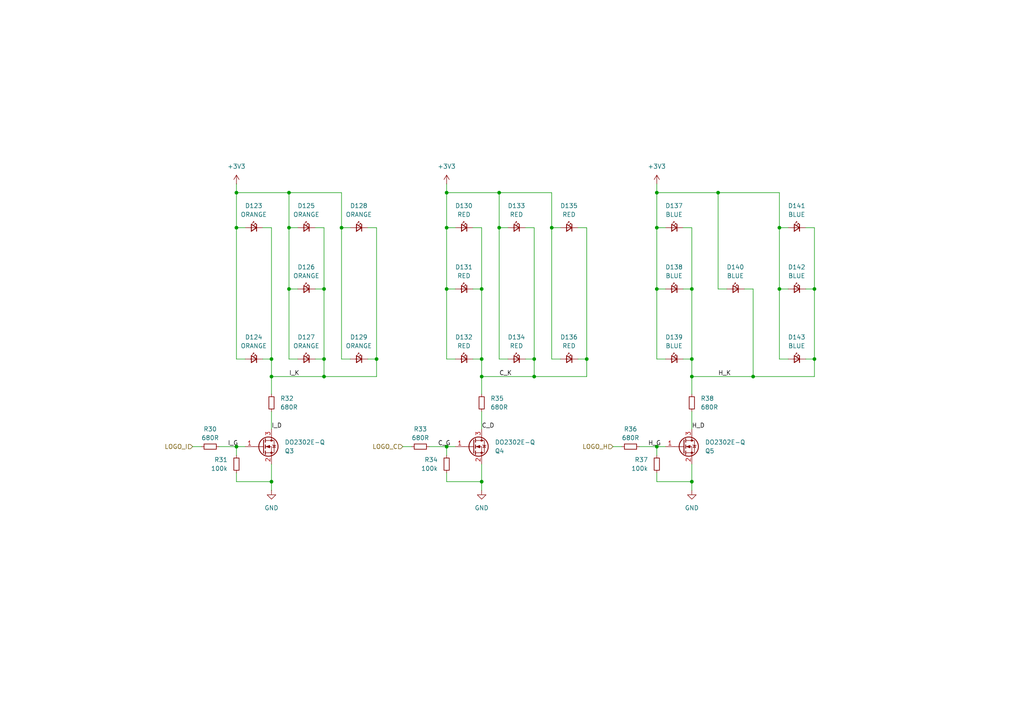
<source format=kicad_sch>
(kicad_sch (version 20231120) (generator "eeschema") (generator_version "8.0")
  (paper "A4")
  (lib_symbols
    (symbol "Device:LED_Small" (pin_numbers hide) (pin_names (offset 0.254) hide)
      (property "Reference" "D" (at -1.27 3.175 0))
      (property "Value" "LED_Small" (at -4.445 -2.54 0))
      (symbol "LED_Small_0_1"
        (polyline (pts (xy -0.762 -1.016) (xy -0.762 1.016)) (stroke (width 0.254)))
        (polyline (pts (xy 1.016 0) (xy -0.762 0)))
        (polyline (pts (xy 0.762 -1.016) (xy -0.762 0) (xy 0.762 1.016) (xy 0.762 -1.016)) (stroke (width 0.254)))
        (polyline (pts (xy 0 0.762) (xy -0.508 1.27) (xy -0.254 1.27) (xy -0.508 1.27) (xy -0.508 1.016)))
        (polyline (pts (xy 0.508 1.27) (xy 0 1.778) (xy 0.254 1.778) (xy 0 1.778) (xy 0 1.524)))
      )
      (symbol "LED_Small_1_1"
        (pin passive line (at -2.54 0 0) (length 1.778) (name "K") (number "1"))
        (pin passive line (at 2.54 0 180) (length 1.778) (name "A") (number "2"))
      )
    )
    (symbol "Device:Q_NMOS_GSD" (pin_names (offset 0) hide)
      (property "Reference" "Q" (at 5.08 1.27 0))
      (property "Value" "Q_NMOS_GSD" (at 5.08 -1.27 0))
      (symbol "Q_NMOS_GSD_0_1"
        (polyline (pts (xy 0.254 0) (xy -2.54 0)))
        (polyline (pts (xy 0.254 1.905) (xy 0.254 -1.905)) (stroke (width 0.254)))
        (polyline (pts (xy 0.762 -1.27) (xy 0.762 -2.286)) (stroke (width 0.254)))
        (polyline (pts (xy 0.762 0.508) (xy 0.762 -0.508)) (stroke (width 0.254)))
        (polyline (pts (xy 0.762 2.286) (xy 0.762 1.27)) (stroke (width 0.254)))
        (polyline (pts (xy 2.54 2.54) (xy 2.54 1.778)))
        (polyline (pts (xy 2.54 -2.54) (xy 2.54 0) (xy 0.762 0)))
        (polyline (pts (xy 0.762 -1.778) (xy 3.302 -1.778) (xy 3.302 1.778) (xy 0.762 1.778)))
        (polyline (pts (xy 1.016 0) (xy 2.032 0.381) (xy 2.032 -0.381) (xy 1.016 0)) (fill (type outline)))
        (polyline (pts (xy 2.794 0.508) (xy 2.921 0.381) (xy 3.683 0.381) (xy 3.81 0.254)))
        (polyline (pts (xy 3.302 0.381) (xy 2.921 -0.254) (xy 3.683 -0.254) (xy 3.302 0.381)))
        (circle (center 1.651 0) (radius 2.794) (stroke (width 0.254)))
        (circle (center 2.54 -1.778) (radius 0.254) (fill (type outline)))
        (circle (center 2.54 1.778) (radius 0.254) (fill (type outline)))
      )
      (symbol "Q_NMOS_GSD_1_1"
        (pin input line (at -5.08 0 0) (length 2.54) (name "G") (number "1"))
        (pin passive line (at 2.54 -5.08 90) (length 2.54) (name "S") (number "2"))
        (pin passive line (at 2.54 5.08 270) (length 2.54) (name "D") (number "3"))
      )
    )
    (symbol "Device:R_Small" (pin_numbers hide) (pin_names (offset 0.254) hide)
      (property "Reference" "R" (at 0.762 0.508 0))
      (property "Value" "R_Small" (at 0.762 -1.016 0))
      (symbol "R_Small_0_1"
        (rectangle (start -0.762 1.778) (end 0.762 -1.778) (stroke (width 0.2032)))
      )
      (symbol "R_Small_1_1"
        (pin passive line (at 0 2.54 270) (length 0.762) (name "~") (number "1"))
        (pin passive line (at 0 -2.54 90) (length 0.762) (name "~") (number "2"))
      )
    )
    (symbol "power:+3V3" (power) (pin_numbers hide) (pin_names (offset 0) hide)
      (property "Value" "+3V3" (at 0 3.556 0))
      (symbol "+3V3_0_1"
        (polyline (pts (xy -0.762 1.27) (xy 0 2.54)))
        (polyline (pts (xy 0 0) (xy 0 2.54)))
        (polyline (pts (xy 0 2.54) (xy 0.762 1.27)))
      )
      (symbol "+3V3_1_1"
        (pin power_in line (at 0 0 90) (length 0) (name "~") (number "1"))
      )
    )
    (symbol "power:GND" (power) (pin_numbers hide) (pin_names (offset 0) hide)
      (property "Value" "GND" (at 0 -3.81 0))
      (symbol "GND_0_1"
        (polyline (pts (xy 0 0) (xy 0 -1.27) (xy 1.27 -1.27) (xy 0 -2.54) (xy -1.27 -1.27) (xy 0 -1.27)))
      )
      (symbol "GND_1_1"
        (pin power_in line (at 0 0 270) (length 0) (name "~") (number "1"))
      )
    )
  )
  (junction (at 236.22 104.14))
  (junction (at 93.98 109.22))
  (junction (at 93.98 83.82))
  (junction (at 83.82 66.04))
  (junction (at 226.06 83.82))
  (junction (at 200.66 139.7))
  (junction (at 139.7 104.14))
  (junction (at 129.54 83.82))
  (junction (at 78.74 109.22))
  (junction (at 99.06 66.04))
  (junction (at 236.22 83.82))
  (junction (at 139.7 109.22))
  (junction (at 139.7 83.82))
  (junction (at 218.44 109.22))
  (junction (at 160.02 66.04))
  (junction (at 190.5 66.04))
  (junction (at 200.66 104.14))
  (junction (at 83.82 83.82))
  (junction (at 78.74 139.7))
  (junction (at 78.74 104.14))
  (junction (at 190.5 129.54))
  (junction (at 68.58 55.88))
  (junction (at 139.7 139.7))
  (junction (at 109.22 104.14))
  (junction (at 144.78 55.88))
  (junction (at 129.54 66.04))
  (junction (at 68.58 129.54))
  (junction (at 190.5 55.88))
  (junction (at 154.94 109.22))
  (junction (at 226.06 66.04))
  (junction (at 129.54 55.88))
  (junction (at 190.5 83.82))
  (junction (at 154.94 104.14))
  (junction (at 200.66 83.82))
  (junction (at 129.54 129.54))
  (junction (at 170.18 104.14))
  (junction (at 200.66 109.22))
  (junction (at 93.98 104.14))
  (junction (at 83.82 55.88))
  (junction (at 208.28 55.88))
  (junction (at 68.58 66.04))
  (junction (at 144.78 66.04))
  (wire (pts (xy 83.82 66.04) (xy 86.36 66.04)))
  (wire (pts (xy 76.2 66.04) (xy 78.74 66.04)))
  (wire (pts (xy 93.98 83.82) (xy 93.98 104.14)))
  (wire (pts (xy 139.7 66.04) (xy 139.7 83.82)))
  (wire (pts (xy 167.64 104.14) (xy 170.18 104.14)))
  (wire (pts (xy 129.54 66.04) (xy 132.08 66.04)))
  (wire (pts (xy 139.7 109.22) (xy 139.7 114.3)))
  (wire (pts (xy 144.78 104.14) (xy 147.32 104.14)))
  (wire (pts (xy 226.06 83.82) (xy 228.6 83.82)))
  (wire (pts (xy 190.5 66.04) (xy 193.04 66.04)))
  (wire (pts (xy 78.74 109.22) (xy 78.74 114.3)))
  (wire (pts (xy 152.4 66.04) (xy 154.94 66.04)))
  (wire (pts (xy 154.94 66.04) (xy 154.94 104.14)))
  (wire (pts (xy 198.12 66.04) (xy 200.66 66.04)))
  (wire (pts (xy 78.74 134.62) (xy 78.74 139.7)))
  (wire (pts (xy 124.46 129.54) (xy 129.54 129.54)))
  (wire (pts (xy 160.02 104.14) (xy 162.56 104.14)))
  (wire (pts (xy 99.06 66.04) (xy 99.06 104.14)))
  (wire (pts (xy 91.44 66.04) (xy 93.98 66.04)))
  (wire (pts (xy 91.44 83.82) (xy 93.98 83.82)))
  (wire (pts (xy 190.5 55.88) (xy 208.28 55.88)))
  (wire (pts (xy 200.66 66.04) (xy 200.66 83.82)))
  (wire (pts (xy 109.22 104.14) (xy 106.68 104.14)))
  (wire (pts (xy 218.44 83.82) (xy 218.44 109.22)))
  (wire (pts (xy 116.84 129.54) (xy 119.38 129.54)))
  (wire (pts (xy 200.66 109.22) (xy 200.66 104.14)))
  (wire (pts (xy 233.68 104.14) (xy 236.22 104.14)))
  (wire (pts (xy 236.22 66.04) (xy 233.68 66.04)))
  (wire (pts (xy 139.7 104.14) (xy 139.7 109.22)))
  (wire (pts (xy 208.28 55.88) (xy 208.28 83.82)))
  (wire (pts (xy 129.54 66.04) (xy 129.54 83.82)))
  (wire (pts (xy 200.66 139.7) (xy 200.66 142.24)))
  (wire (pts (xy 68.58 139.7) (xy 68.58 137.16)))
  (wire (pts (xy 200.66 139.7) (xy 190.5 139.7)))
  (wire (pts (xy 139.7 134.62) (xy 139.7 139.7)))
  (wire (pts (xy 215.9 83.82) (xy 218.44 83.82)))
  (wire (pts (xy 190.5 53.34) (xy 190.5 55.88)))
  (wire (pts (xy 154.94 109.22) (xy 170.18 109.22)))
  (wire (pts (xy 170.18 66.04) (xy 167.64 66.04)))
  (wire (pts (xy 190.5 55.88) (xy 190.5 66.04)))
  (wire (pts (xy 83.82 55.88) (xy 83.82 66.04)))
  (wire (pts (xy 144.78 66.04) (xy 144.78 104.14)))
  (wire (pts (xy 160.02 55.88) (xy 160.02 66.04)))
  (wire (pts (xy 139.7 83.82) (xy 139.7 104.14)))
  (wire (pts (xy 68.58 129.54) (xy 71.12 129.54)))
  (wire (pts (xy 218.44 109.22) (xy 200.66 109.22)))
  (wire (pts (xy 93.98 109.22) (xy 109.22 109.22)))
  (wire (pts (xy 190.5 139.7) (xy 190.5 137.16)))
  (wire (pts (xy 83.82 55.88) (xy 99.06 55.88)))
  (wire (pts (xy 236.22 83.82) (xy 233.68 83.82)))
  (wire (pts (xy 68.58 55.88) (xy 83.82 55.88)))
  (wire (pts (xy 68.58 55.88) (xy 68.58 66.04)))
  (wire (pts (xy 129.54 83.82) (xy 132.08 83.82)))
  (wire (pts (xy 144.78 55.88) (xy 144.78 66.04)))
  (wire (pts (xy 200.66 119.38) (xy 200.66 124.46)))
  (wire (pts (xy 93.98 66.04) (xy 93.98 83.82)))
  (wire (pts (xy 129.54 129.54) (xy 132.08 129.54)))
  (wire (pts (xy 190.5 104.14) (xy 193.04 104.14)))
  (wire (pts (xy 109.22 109.22) (xy 109.22 104.14)))
  (wire (pts (xy 99.06 66.04) (xy 101.6 66.04)))
  (wire (pts (xy 236.22 104.14) (xy 236.22 83.82)))
  (wire (pts (xy 226.06 55.88) (xy 226.06 66.04)))
  (wire (pts (xy 68.58 53.34) (xy 68.58 55.88)))
  (wire (pts (xy 152.4 104.14) (xy 154.94 104.14)))
  (wire (pts (xy 129.54 55.88) (xy 144.78 55.88)))
  (wire (pts (xy 190.5 66.04) (xy 190.5 83.82)))
  (wire (pts (xy 68.58 132.08) (xy 68.58 129.54)))
  (wire (pts (xy 137.16 66.04) (xy 139.7 66.04)))
  (wire (pts (xy 236.22 109.22) (xy 236.22 104.14)))
  (wire (pts (xy 63.5 129.54) (xy 68.58 129.54)))
  (wire (pts (xy 185.42 129.54) (xy 190.5 129.54)))
  (wire (pts (xy 129.54 53.34) (xy 129.54 55.88)))
  (wire (pts (xy 139.7 104.14) (xy 137.16 104.14)))
  (wire (pts (xy 93.98 104.14) (xy 91.44 104.14)))
  (wire (pts (xy 236.22 83.82) (xy 236.22 66.04)))
  (wire (pts (xy 190.5 83.82) (xy 190.5 104.14)))
  (wire (pts (xy 144.78 66.04) (xy 147.32 66.04)))
  (wire (pts (xy 93.98 109.22) (xy 93.98 104.14)))
  (wire (pts (xy 86.36 104.14) (xy 83.82 104.14)))
  (wire (pts (xy 68.58 66.04) (xy 71.12 66.04)))
  (wire (pts (xy 83.82 83.82) (xy 86.36 83.82)))
  (wire (pts (xy 200.66 134.62) (xy 200.66 139.7)))
  (wire (pts (xy 139.7 119.38) (xy 139.7 124.46)))
  (wire (pts (xy 109.22 66.04) (xy 109.22 104.14)))
  (wire (pts (xy 144.78 55.88) (xy 160.02 55.88)))
  (wire (pts (xy 218.44 109.22) (xy 236.22 109.22)))
  (wire (pts (xy 78.74 139.7) (xy 78.74 142.24)))
  (wire (pts (xy 99.06 55.88) (xy 99.06 66.04)))
  (wire (pts (xy 76.2 104.14) (xy 78.74 104.14)))
  (wire (pts (xy 139.7 139.7) (xy 129.54 139.7)))
  (wire (pts (xy 139.7 139.7) (xy 139.7 142.24)))
  (wire (pts (xy 226.06 104.14) (xy 228.6 104.14)))
  (wire (pts (xy 55.88 129.54) (xy 58.42 129.54)))
  (wire (pts (xy 78.74 139.7) (xy 68.58 139.7)))
  (wire (pts (xy 78.74 109.22) (xy 93.98 109.22)))
  (wire (pts (xy 78.74 119.38) (xy 78.74 124.46)))
  (wire (pts (xy 78.74 66.04) (xy 78.74 104.14)))
  (wire (pts (xy 200.66 83.82) (xy 200.66 104.14)))
  (wire (pts (xy 71.12 104.14) (xy 68.58 104.14)))
  (wire (pts (xy 190.5 129.54) (xy 193.04 129.54)))
  (wire (pts (xy 109.22 66.04) (xy 106.68 66.04)))
  (wire (pts (xy 83.82 66.04) (xy 83.82 83.82)))
  (wire (pts (xy 68.58 66.04) (xy 68.58 104.14)))
  (wire (pts (xy 198.12 83.82) (xy 200.66 83.82)))
  (wire (pts (xy 190.5 132.08) (xy 190.5 129.54)))
  (wire (pts (xy 170.18 104.14) (xy 170.18 109.22)))
  (wire (pts (xy 200.66 109.22) (xy 200.66 114.3)))
  (wire (pts (xy 226.06 66.04) (xy 228.6 66.04)))
  (wire (pts (xy 78.74 104.14) (xy 78.74 109.22)))
  (wire (pts (xy 160.02 66.04) (xy 162.56 66.04)))
  (wire (pts (xy 208.28 83.82) (xy 210.82 83.82)))
  (wire (pts (xy 226.06 83.82) (xy 226.06 104.14)))
  (wire (pts (xy 154.94 109.22) (xy 139.7 109.22)))
  (wire (pts (xy 200.66 104.14) (xy 198.12 104.14)))
  (wire (pts (xy 129.54 104.14) (xy 129.54 83.82)))
  (wire (pts (xy 129.54 139.7) (xy 129.54 137.16)))
  (wire (pts (xy 177.8 129.54) (xy 180.34 129.54)))
  (wire (pts (xy 101.6 104.14) (xy 99.06 104.14)))
  (wire (pts (xy 170.18 104.14) (xy 170.18 66.04)))
  (wire (pts (xy 208.28 55.88) (xy 226.06 55.88)))
  (wire (pts (xy 160.02 66.04) (xy 160.02 104.14)))
  (wire (pts (xy 190.5 83.82) (xy 193.04 83.82)))
  (wire (pts (xy 154.94 104.14) (xy 154.94 109.22)))
  (wire (pts (xy 137.16 83.82) (xy 139.7 83.82)))
  (wire (pts (xy 83.82 83.82) (xy 83.82 104.14)))
  (wire (pts (xy 129.54 55.88) (xy 129.54 66.04)))
  (wire (pts (xy 132.08 104.14) (xy 129.54 104.14)))
  (wire (pts (xy 129.54 132.08) (xy 129.54 129.54)))
  (wire (pts (xy 226.06 66.04) (xy 226.06 83.82)))
  (label "H_K" (at 208.28 109.22 0))
  (label "I_K" (at 83.82 109.22 0))
  (label "H_D" (at 200.66 124.46 0))
  (label "I_D" (at 78.74 124.46 0))
  (label "C_D" (at 139.7 124.46 0))
  (label "I_G" (at 66.04 129.54 0))
  (label "C_G" (at 127 129.54 0))
  (label "C_K" (at 144.78 109.22 0))
  (label "H_G" (at 187.96 129.54 0))
  (hierarchical_label "LOGO_I" (shape input) (at 55.88 129.54 180))
  (hierarchical_label "LOGO_H" (shape input) (at 177.8 129.54 180))
  (hierarchical_label "LOGO_C" (shape input) (at 116.84 129.54 180))
  (symbol (lib_id "power:GND") (at 78.74 142.24 0) (unit 1)
    (property "Reference" "#PWR055" (effects (hide yes)))
    (property "Value" "GND" (at 78.74 147.32 0))
    (property "Description" "Power symbol creates a global label with name \"GND\" , ground" (effects (hide yes)))
  )
  (symbol (lib_id "power:GND") (at 200.66 142.24 0) (unit 1)
    (property "Reference" "#PWR059" (effects (hide yes)))
    (property "Value" "GND" (at 200.66 147.32 0))
    (property "Description" "Power symbol creates a global label with name \"GND\" , ground" (effects (hide yes)))
  )
  (symbol (lib_id "Device:LED_Small") (at 134.62 66.04 0) (mirror y) (unit 1)
    (property "Reference" "D130" (at 134.5565 59.69 0))
    (property "Value" "RED" (at 134.5565 62.23 0))
    (property "Footprint" "LED_SMD:LED_0402_1005Metric" (effects (hide yes)))
    (property "Description" "Light emitting diode, small symbol" (effects (hide yes)))
  )
  (symbol (lib_id "Device:R_Small") (at 78.74 116.84 0) (unit 1)
    (property "Reference" "R32" (at 81.28 115.5699 0) (effects (justify left)))
    (property "Value" "680R" (at 81.28 118.1099 0) (effects (justify left)))
    (property "Footprint" "Resistor_SMD:R_0402_1005Metric" (effects (hide yes)))
    (property "Description" "Resistor, small symbol" (effects (hide yes)))
  )
  (symbol (lib_id "Device:LED_Small") (at 149.86 104.14 0) (mirror y) (unit 1)
    (property "Reference" "D134" (at 149.7965 97.79 0))
    (property "Value" "RED" (at 149.7965 100.33 0))
    (property "Footprint" "LED_SMD:LED_0402_1005Metric" (effects (hide yes)))
    (property "Description" "Light emitting diode, small symbol" (effects (hide yes)))
  )
  (symbol (lib_id "Device:R_Small") (at 68.58 134.62 0) (mirror y) (unit 1)
    (property "Reference" "R31" (at 66.04 133.3499 0) (effects (justify left)))
    (property "Value" "100k" (at 66.04 135.8899 0) (effects (justify left)))
    (property "Footprint" "Resistor_SMD:R_0402_1005Metric" (effects (hide yes)))
    (property "Description" "Resistor, small symbol" (effects (hide yes)))
  )
  (symbol (lib_id "Device:LED_Small") (at 213.36 83.82 0) (mirror y) (unit 1)
    (property "Reference" "D140" (at 213.2965 77.47 0))
    (property "Value" "BLUE" (at 213.2965 80.01 0))
    (property "Footprint" "LED_SMD:LED_0402_1005Metric" (effects (hide yes)))
    (property "Description" "Light emitting diode, small symbol" (effects (hide yes)))
  )
  (symbol (lib_id "Device:Q_NMOS_GSD") (at 198.12 129.54 0) (unit 1)
    (property "Reference" "Q5" (at 204.47 130.8101 0) (effects (justify left)))
    (property "Value" "DO2302E-Q" (at 204.47 128.2701 0) (effects (justify left)))
    (property "Footprint" "Package_TO_SOT_SMD:SOT-23" (effects (hide yes)))
    (property "Description" "N-MOSFET transistor, gate/source/drain" (effects (hide yes)))
    (property "LCSC part number" "C41384540" (effects (hide yes)))
  )
  (symbol (lib_id "Device:R_Small") (at 60.96 129.54 90) (unit 1)
    (property "Reference" "R30" (at 60.96 124.46 90))
    (property "Value" "680R" (at 60.96 127 90))
    (property "Footprint" "Resistor_SMD:R_0402_1005Metric" (effects (hide yes)))
    (property "Description" "Resistor, small symbol" (effects (hide yes)))
  )
  (symbol (lib_id "Device:LED_Small") (at 195.58 83.82 0) (mirror y) (unit 1)
    (property "Reference" "D138" (at 195.5165 77.47 0))
    (property "Value" "BLUE" (at 195.5165 80.01 0))
    (property "Footprint" "LED_SMD:LED_0402_1005Metric" (effects (hide yes)))
    (property "Description" "Light emitting diode, small symbol" (effects (hide yes)))
  )
  (symbol (lib_id "Device:Q_NMOS_GSD") (at 137.16 129.54 0) (unit 1)
    (property "Reference" "Q4" (at 143.51 130.8101 0) (effects (justify left)))
    (property "Value" "DO2302E-Q" (at 143.51 128.2701 0) (effects (justify left)))
    (property "Footprint" "Package_TO_SOT_SMD:SOT-23" (effects (hide yes)))
    (property "Description" "N-MOSFET transistor, gate/source/drain" (effects (hide yes)))
    (property "LCSC part number" "C41384540" (effects (hide yes)))
  )
  (symbol (lib_id "Device:LED_Small") (at 88.9 83.82 0) (mirror y) (unit 1)
    (property "Reference" "D126" (at 88.8365 77.47 0))
    (property "Value" "ORANGE" (at 88.8365 80.01 0))
    (property "Footprint" "LED_SMD:LED_0402_1005Metric" (effects (hide yes)))
    (property "Description" "Light emitting diode, small symbol" (effects (hide yes)))
  )
  (symbol (lib_id "Device:R_Small") (at 139.7 116.84 0) (unit 1)
    (property "Reference" "R35" (at 142.24 115.5699 0) (effects (justify left)))
    (property "Value" "680R" (at 142.24 118.1099 0) (effects (justify left)))
    (property "Footprint" "Resistor_SMD:R_0402_1005Metric" (effects (hide yes)))
    (property "Description" "Resistor, small symbol" (effects (hide yes)))
  )
  (symbol (lib_id "power:+3V3") (at 190.5 53.34 0) (unit 1)
    (property "Reference" "#PWR058" (effects (hide yes)))
    (property "Value" "+3V3" (at 190.5 48.26 0))
    (property "Description" "Power symbol creates a global label with name \"+3V3\"" (effects (hide yes)))
  )
  (symbol (lib_id "Device:R_Small") (at 200.66 116.84 0) (unit 1)
    (property "Reference" "R38" (at 203.2 115.5699 0) (effects (justify left)))
    (property "Value" "680R" (at 203.2 118.1099 0) (effects (justify left)))
    (property "Footprint" "Resistor_SMD:R_0402_1005Metric" (effects (hide yes)))
    (property "Description" "Resistor, small symbol" (effects (hide yes)))
  )
  (symbol (lib_id "Device:LED_Small") (at 195.58 104.14 0) (mirror y) (unit 1)
    (property "Reference" "D139" (at 195.5165 97.79 0))
    (property "Value" "BLUE" (at 195.5165 100.33 0))
    (property "Footprint" "LED_SMD:LED_0402_1005Metric" (effects (hide yes)))
    (property "Description" "Light emitting diode, small symbol" (effects (hide yes)))
  )
  (symbol (lib_id "Device:LED_Small") (at 134.62 83.82 0) (mirror y) (unit 1)
    (property "Reference" "D131" (at 134.5565 77.47 0))
    (property "Value" "RED" (at 134.5565 80.01 0))
    (property "Footprint" "LED_SMD:LED_0402_1005Metric" (effects (hide yes)))
    (property "Description" "Light emitting diode, small symbol" (effects (hide yes)))
  )
  (symbol (lib_id "Device:R_Small") (at 190.5 134.62 0) (mirror y) (unit 1)
    (property "Reference" "R37" (at 187.96 133.3499 0) (effects (justify left)))
    (property "Value" "100k" (at 187.96 135.8899 0) (effects (justify left)))
    (property "Footprint" "Resistor_SMD:R_0402_1005Metric" (effects (hide yes)))
    (property "Description" "Resistor, small symbol" (effects (hide yes)))
  )
  (symbol (lib_id "Device:LED_Small") (at 165.1 104.14 0) (mirror y) (unit 1)
    (property "Reference" "D136" (at 165.0365 97.79 0))
    (property "Value" "RED" (at 165.0365 100.33 0))
    (property "Footprint" "LED_SMD:LED_0402_1005Metric" (effects (hide yes)))
    (property "Description" "Light emitting diode, small symbol" (effects (hide yes)))
  )
  (symbol (lib_id "Device:LED_Small") (at 149.86 66.04 0) (mirror y) (unit 1)
    (property "Reference" "D133" (at 149.7965 59.69 0))
    (property "Value" "RED" (at 149.7965 62.23 0))
    (property "Footprint" "LED_SMD:LED_0402_1005Metric" (effects (hide yes)))
    (property "Description" "Light emitting diode, small symbol" (effects (hide yes)))
  )
  (symbol (lib_id "Device:LED_Small") (at 73.66 104.14 0) (mirror y) (unit 1)
    (property "Reference" "D124" (at 73.5965 97.79 0))
    (property "Value" "ORANGE" (at 73.5965 100.33 0))
    (property "Footprint" "LED_SMD:LED_0402_1005Metric" (effects (hide yes)))
    (property "Description" "Light emitting diode, small symbol" (effects (hide yes)))
  )
  (symbol (lib_id "Device:LED_Small") (at 134.62 104.14 0) (mirror y) (unit 1)
    (property "Reference" "D132" (at 134.5565 97.79 0))
    (property "Value" "RED" (at 134.5565 100.33 0))
    (property "Footprint" "LED_SMD:LED_0402_1005Metric" (effects (hide yes)))
    (property "Description" "Light emitting diode, small symbol" (effects (hide yes)))
  )
  (symbol (lib_id "Device:R_Small") (at 121.92 129.54 90) (unit 1)
    (property "Reference" "R33" (at 121.92 124.46 90))
    (property "Value" "680R" (at 121.92 127 90))
    (property "Footprint" "Resistor_SMD:R_0402_1005Metric" (effects (hide yes)))
    (property "Description" "Resistor, small symbol" (effects (hide yes)))
  )
  (symbol (lib_id "Device:R_Small") (at 129.54 134.62 0) (mirror y) (unit 1)
    (property "Reference" "R34" (at 127 133.3499 0) (effects (justify left)))
    (property "Value" "100k" (at 127 135.8899 0) (effects (justify left)))
    (property "Footprint" "Resistor_SMD:R_0402_1005Metric" (effects (hide yes)))
    (property "Description" "Resistor, small symbol" (effects (hide yes)))
  )
  (symbol (lib_id "power:GND") (at 139.7 142.24 0) (unit 1)
    (property "Reference" "#PWR057" (effects (hide yes)))
    (property "Value" "GND" (at 139.7 147.32 0))
    (property "Description" "Power symbol creates a global label with name \"GND\" , ground" (effects (hide yes)))
  )
  (symbol (lib_id "power:+3V3") (at 68.58 53.34 0) (unit 1)
    (property "Reference" "#PWR054" (effects (hide yes)))
    (property "Value" "+3V3" (at 68.58 48.26 0))
    (property "Description" "Power symbol creates a global label with name \"+3V3\"" (effects (hide yes)))
  )
  (symbol (lib_id "Device:LED_Small") (at 195.58 66.04 0) (mirror y) (unit 1)
    (property "Reference" "D137" (at 195.5165 59.69 0))
    (property "Value" "BLUE" (at 195.5165 62.23 0))
    (property "Footprint" "LED_SMD:LED_0402_1005Metric" (effects (hide yes)))
    (property "Description" "Light emitting diode, small symbol" (effects (hide yes)))
  )
  (symbol (lib_id "Device:LED_Small") (at 73.66 66.04 0) (mirror y) (unit 1)
    (property "Reference" "D123" (at 73.5965 59.69 0))
    (property "Value" "ORANGE" (at 73.5965 62.23 0))
    (property "Footprint" "LED_SMD:LED_0402_1005Metric" (effects (hide yes)))
    (property "Description" "Light emitting diode, small symbol" (effects (hide yes)))
  )
  (symbol (lib_id "Device:LED_Small") (at 88.9 66.04 0) (mirror y) (unit 1)
    (property "Reference" "D125" (at 88.8365 59.69 0))
    (property "Value" "ORANGE" (at 88.8365 62.23 0))
    (property "Footprint" "LED_SMD:LED_0402_1005Metric" (effects (hide yes)))
    (property "Description" "Light emitting diode, small symbol" (effects (hide yes)))
  )
  (symbol (lib_id "Device:LED_Small") (at 231.14 83.82 0) (mirror y) (unit 1)
    (property "Reference" "D142" (at 231.0765 77.47 0))
    (property "Value" "BLUE" (at 231.0765 80.01 0))
    (property "Footprint" "LED_SMD:LED_0402_1005Metric" (effects (hide yes)))
    (property "Description" "Light emitting diode, small symbol" (effects (hide yes)))
  )
  (symbol (lib_id "Device:R_Small") (at 182.88 129.54 90) (unit 1)
    (property "Reference" "R36" (at 182.88 124.46 90))
    (property "Value" "680R" (at 182.88 127 90))
    (property "Footprint" "Resistor_SMD:R_0402_1005Metric" (effects (hide yes)))
    (property "Description" "Resistor, small symbol" (effects (hide yes)))
  )
  (symbol (lib_id "Device:LED_Small") (at 231.14 66.04 0) (mirror y) (unit 1)
    (property "Reference" "D141" (at 231.0765 59.69 0))
    (property "Value" "BLUE" (at 231.0765 62.23 0))
    (property "Footprint" "LED_SMD:LED_0402_1005Metric" (effects (hide yes)))
    (property "Description" "Light emitting diode, small symbol" (effects (hide yes)))
  )
  (symbol (lib_id "Device:LED_Small") (at 104.14 66.04 0) (mirror y) (unit 1)
    (property "Reference" "D128" (at 104.0765 59.69 0))
    (property "Value" "ORANGE" (at 104.0765 62.23 0))
    (property "Footprint" "LED_SMD:LED_0402_1005Metric" (effects (hide yes)))
    (property "Description" "Light emitting diode, small symbol" (effects (hide yes)))
  )
  (symbol (lib_id "Device:LED_Small") (at 104.14 104.14 0) (mirror y) (unit 1)
    (property "Reference" "D129" (at 104.0765 97.79 0))
    (property "Value" "ORANGE" (at 104.0765 100.33 0))
    (property "Footprint" "LED_SMD:LED_0402_1005Metric" (effects (hide yes)))
    (property "Description" "Light emitting diode, small symbol" (effects (hide yes)))
  )
  (symbol (lib_id "Device:Q_NMOS_GSD") (at 76.2 129.54 0) (unit 1)
    (property "Reference" "Q3" (at 82.55 130.8101 0) (effects (justify left)))
    (property "Value" "DO2302E-Q" (at 82.55 128.2701 0) (effects (justify left)))
    (property "Footprint" "Package_TO_SOT_SMD:SOT-23" (effects (hide yes)))
    (property "Description" "N-MOSFET transistor, gate/source/drain" (effects (hide yes)))
    (property "LCSC part number" "C41384540" (effects (hide yes)))
  )
  (symbol (lib_id "power:+3V3") (at 129.54 53.34 0) (unit 1)
    (property "Reference" "#PWR056" (effects (hide yes)))
    (property "Value" "+3V3" (at 129.54 48.26 0))
    (property "Description" "Power symbol creates a global label with name \"+3V3\"" (effects (hide yes)))
  )
  (symbol (lib_id "Device:LED_Small") (at 165.1 66.04 0) (mirror y) (unit 1)
    (property "Reference" "D135" (at 165.0365 59.69 0))
    (property "Value" "RED" (at 165.0365 62.23 0))
    (property "Footprint" "LED_SMD:LED_0402_1005Metric" (effects (hide yes)))
    (property "Description" "Light emitting diode, small symbol" (effects (hide yes)))
  )
  (symbol (lib_id "Device:LED_Small") (at 88.9 104.14 0) (mirror y) (unit 1)
    (property "Reference" "D127" (at 88.8365 97.79 0))
    (property "Value" "ORANGE" (at 88.8365 100.33 0))
    (property "Footprint" "LED_SMD:LED_0402_1005Metric" (effects (hide yes)))
    (property "Description" "Light emitting diode, small symbol" (effects (hide yes)))
  )
  (symbol (lib_id "Device:LED_Small") (at 231.14 104.14 0) (mirror y) (unit 1)
    (property "Reference" "D143" (at 231.0765 97.79 0))
    (property "Value" "BLUE" (at 231.0765 100.33 0))
    (property "Footprint" "LED_SMD:LED_0402_1005Metric" (effects (hide yes)))
    (property "Description" "Light emitting diode, small symbol" (effects (hide yes)))
  )
)
</source>
